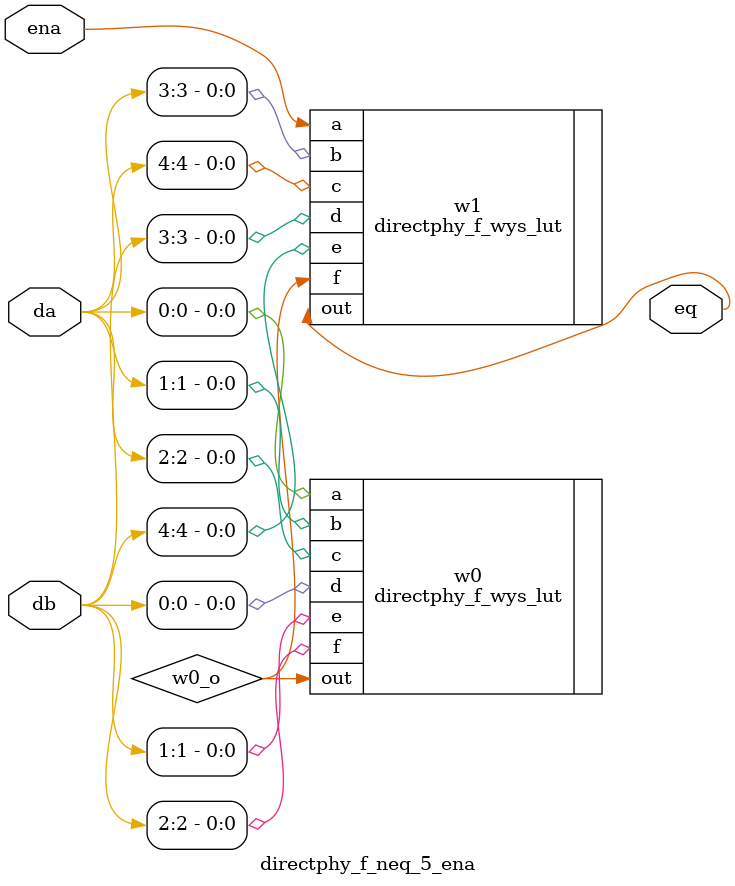
<source format=v>


`timescale 1 ps / 1 ps

// baeckler - 01-25-2012
// force the decomposition of 5 bit FIFO pointer compare with enable

module directphy_f_neq_5_ena #(
 	parameter TARGET_CHIP = 1   // 0 generic, 1 S4, 2 S5
)(
	input [4:0] da,
	input [4:0] db,
	input ena,
	output eq
);

wire w0_o;
directphy_f_wys_lut w0 (
	.a(da[0]),
	.b(da[1]),
	.c(da[2]),
	.d(db[0]),
	.e(db[1]),
	.f(db[2]),
	.out (w0_o)
);
defparam w0 .TARGET_CHIP = TARGET_CHIP;
defparam w0 .MASK = 64'h8040201008040201; // {a,b,c} == {d,e,f}
	
directphy_f_wys_lut w1 (
	.a(ena),
	.b(da[3]),
	.c(da[4]),
	.d(db[3]),
	.e(db[4]),
	.f(w0_o),
	.out (eq)
);
defparam w1 .TARGET_CHIP = TARGET_CHIP;
defparam w1 .MASK = 64'h2a8aa2a8aaaaaaaa; // (!({b,c} == {d,e}) || !f) && a;
	

endmodule
// BENCHMARK INFO :  10AX115R2F40I2SGES
// BENCHMARK INFO :  Quartus II 64-Bit Version 13.1a10.0 Build 343 10/23/2013 SJ Full Version
// BENCHMARK INFO :  Total registers : 0
// BENCHMARK INFO :  Total pins : 12
// BENCHMARK INFO :  Total virtual pins : 0
// BENCHMARK INFO :  Total block memory bits : 0
// BENCHMARK INFO :  Comb ALUTs :  3              
// BENCHMARK INFO :  ALMs : 3 / 427,200 ( < 1 % )
`ifdef QUESTA_INTEL_OEM
`pragma questa_oem_00 "8qH9cVo09pAnWALEE6z2BDKrWVWnFI5Ou7hormZ79E/tGSVBCgNfmxFQvE9t3s7klXY5XdvnpByaQgBfCHF6Dbm9WN2svsxXF/zx5b/8CDkcUDB41PZNmNdUWNx7xDY3xJ7IgPTPwkMgtDelSr2aywj5LSl0zROc68MOmTBSsO9a1S9TDRa9h5E5qBo+fLmPNkMltB0gOqPF4aO4OqQAye1NWS4OsbZ9+NLF8RRMveAJ15C0xiVnBS9ZAggsxmAftX269sSbNvMsiiAW9D3whA8tEB8rc/NJSOztHaYBuNvR8TiqkrQ6N9P5rAC1OpqqN4vuUdfVe64f4kPqlDzcqDMtQGaB/V8VCT1EP8koqyMs8HgeaVSHYXXPAjUaXJAHJoej8kS2jrnry1FWpKDzTy2IrsJRv01h/z2tQ7Grln7on2AEctfN0bWFfBc/HW7HcMMLwfLvnQHjrREB2Idw4pOUjPgOIdrBGUJG6XB/wDd+aHyo4JlkECedfYbQtHn6qCXTVViEdiDSjxk3028SFYpZepB7VfKAM8l91W6qNu7z9gjTkV5oYLlHPUU94ETUxSf52jiBYl83cbPYSGkrtYQdnlPGiIfjHtzHHlwySc8k/ZeQqWCogkSDijgCHuLrbCiwN8oRM1l7Xjhvw8qxbvbXiGHl7ub2MSDYBYt2NFaFwQXSvNlE6T7YmNo34F9Tcn0wqQVNqZI8uDt/h4q7dOPXwobdF7xmr+iz3RO9sW9b7t783XEBYF9zxL2+Nj5EyFcFEPT12/9O+1/ci59gaD7AGV6QSKDP0/h+t4t8kUP9qZafrQDF9Eml/iW2Shwre2Ye1EDoHPNbjsqaxebWhttAWNBF0jKr4+4h7TgvdXwB+4yvtu5wCL9717MfRDCN0aL0Mv5t06Nc6nRYhivLM68FB497azwOta4f63gruJ9tYoDkDZODxD5LoHpo+OguzvQbkl2xI9ZyqRJqPb/9V0kZaNxcDgFTcW5gL/C6oXG4z/b5va7wd0XTN4urVXZH"
`endif
</source>
